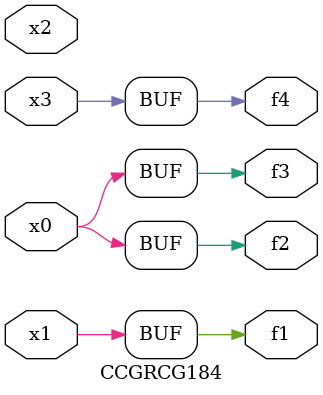
<source format=v>
module CCGRCG184(
	input x0, x1, x2, x3,
	output f1, f2, f3, f4
);
	assign f1 = x1;
	assign f2 = x0;
	assign f3 = x0;
	assign f4 = x3;
endmodule

</source>
